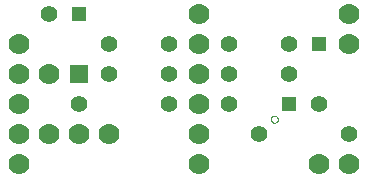
<source format=gtl>
G75*
%MOIN*%
%OFA0B0*%
%FSLAX25Y25*%
%IPPOS*%
%LPD*%
%AMOC8*
5,1,8,0,0,1.08239X$1,22.5*
%
%ADD10C,0.00000*%
%ADD11C,0.07000*%
%ADD12C,0.05543*%
%ADD13R,0.04756X0.04756*%
%ADD14R,0.06300X0.06300*%
%ADD15R,0.05150X0.05150*%
D10*
X0124156Y0026833D02*
X0124158Y0026902D01*
X0124164Y0026970D01*
X0124174Y0027038D01*
X0124188Y0027105D01*
X0124206Y0027172D01*
X0124227Y0027237D01*
X0124253Y0027301D01*
X0124282Y0027363D01*
X0124314Y0027423D01*
X0124350Y0027482D01*
X0124390Y0027538D01*
X0124432Y0027592D01*
X0124478Y0027643D01*
X0124527Y0027692D01*
X0124578Y0027738D01*
X0124632Y0027780D01*
X0124688Y0027820D01*
X0124746Y0027856D01*
X0124807Y0027888D01*
X0124869Y0027917D01*
X0124933Y0027943D01*
X0124998Y0027964D01*
X0125065Y0027982D01*
X0125132Y0027996D01*
X0125200Y0028006D01*
X0125268Y0028012D01*
X0125337Y0028014D01*
X0125406Y0028012D01*
X0125474Y0028006D01*
X0125542Y0027996D01*
X0125609Y0027982D01*
X0125676Y0027964D01*
X0125741Y0027943D01*
X0125805Y0027917D01*
X0125867Y0027888D01*
X0125927Y0027856D01*
X0125986Y0027820D01*
X0126042Y0027780D01*
X0126096Y0027738D01*
X0126147Y0027692D01*
X0126196Y0027643D01*
X0126242Y0027592D01*
X0126284Y0027538D01*
X0126324Y0027482D01*
X0126360Y0027423D01*
X0126392Y0027363D01*
X0126421Y0027301D01*
X0126447Y0027237D01*
X0126468Y0027172D01*
X0126486Y0027105D01*
X0126500Y0027038D01*
X0126510Y0026970D01*
X0126516Y0026902D01*
X0126518Y0026833D01*
X0126516Y0026764D01*
X0126510Y0026696D01*
X0126500Y0026628D01*
X0126486Y0026561D01*
X0126468Y0026494D01*
X0126447Y0026429D01*
X0126421Y0026365D01*
X0126392Y0026303D01*
X0126360Y0026242D01*
X0126324Y0026184D01*
X0126284Y0026128D01*
X0126242Y0026074D01*
X0126196Y0026023D01*
X0126147Y0025974D01*
X0126096Y0025928D01*
X0126042Y0025886D01*
X0125986Y0025846D01*
X0125928Y0025810D01*
X0125867Y0025778D01*
X0125805Y0025749D01*
X0125741Y0025723D01*
X0125676Y0025702D01*
X0125609Y0025684D01*
X0125542Y0025670D01*
X0125474Y0025660D01*
X0125406Y0025654D01*
X0125337Y0025652D01*
X0125268Y0025654D01*
X0125200Y0025660D01*
X0125132Y0025670D01*
X0125065Y0025684D01*
X0124998Y0025702D01*
X0124933Y0025723D01*
X0124869Y0025749D01*
X0124807Y0025778D01*
X0124746Y0025810D01*
X0124688Y0025846D01*
X0124632Y0025886D01*
X0124578Y0025928D01*
X0124527Y0025974D01*
X0124478Y0026023D01*
X0124432Y0026074D01*
X0124390Y0026128D01*
X0124350Y0026184D01*
X0124314Y0026242D01*
X0124282Y0026303D01*
X0124253Y0026365D01*
X0124227Y0026429D01*
X0124206Y0026494D01*
X0124188Y0026561D01*
X0124174Y0026628D01*
X0124164Y0026696D01*
X0124158Y0026764D01*
X0124156Y0026833D01*
D11*
X0040337Y0011833D03*
X0040337Y0021833D03*
X0050337Y0021833D03*
X0060337Y0021833D03*
X0070337Y0021833D03*
X0100337Y0021833D03*
X0100337Y0011833D03*
X0140337Y0011833D03*
X0150337Y0011833D03*
X0100337Y0031833D03*
X0100337Y0041833D03*
X0100337Y0051833D03*
X0100337Y0061833D03*
X0050337Y0041833D03*
X0040337Y0041833D03*
X0040337Y0051833D03*
X0040337Y0031833D03*
X0150337Y0051833D03*
X0150337Y0061833D03*
D12*
X0130337Y0051833D03*
X0110337Y0051833D03*
X0090337Y0051833D03*
X0070337Y0051833D03*
X0070337Y0041833D03*
X0090337Y0041833D03*
X0110337Y0041833D03*
X0130337Y0041833D03*
X0140337Y0031833D03*
X0150337Y0021833D03*
X0120337Y0021833D03*
X0110337Y0031833D03*
X0090337Y0031833D03*
X0060337Y0031833D03*
X0050337Y0061833D03*
D13*
X0060337Y0061833D03*
X0140337Y0051833D03*
D14*
X0060337Y0041833D03*
D15*
X0130337Y0031833D03*
M02*

</source>
